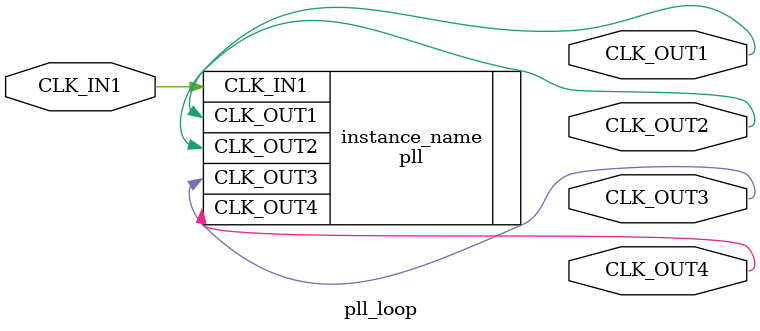
<source format=v>
`timescale 1ns / 1ns
module pll_loop(CLK_IN1, CLK_OUT1, CLK_OUT2, CLK_OUT3, CLK_OUT4
    );

input CLK_IN1;
output CLK_OUT1;
output CLK_OUT2;
output CLK_OUT3;
output CLK_OUT4;

 pll instance_name
   (// Clock in ports
    .CLK_IN1(CLK_IN1),      
    // Clock out ports
    .CLK_OUT1(CLK_OUT1),     
    .CLK_OUT2(CLK_OUT2),
	 .CLK_OUT3(CLK_OUT3),
	 .CLK_OUT4(CLK_OUT4)
	 );   
endmodule

</source>
